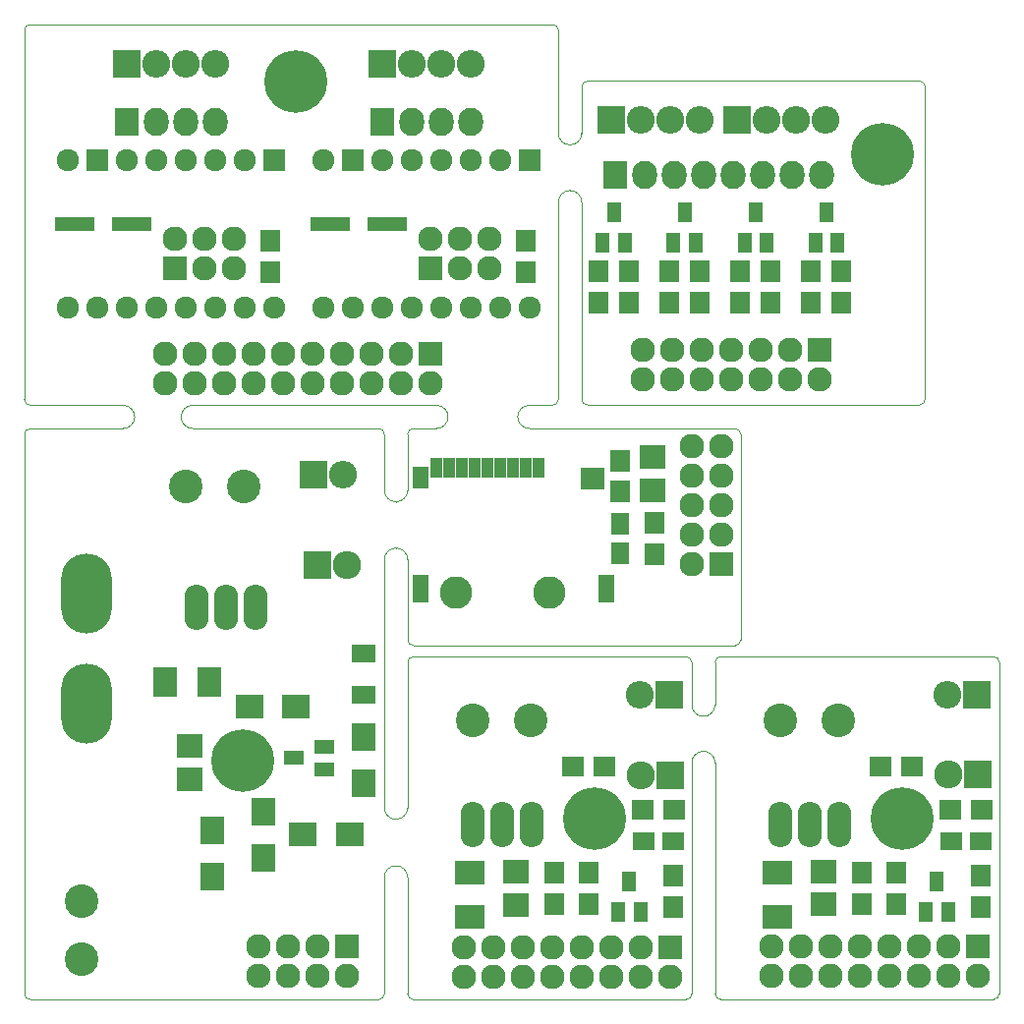
<source format=gts>
%TF.GenerationSoftware,KiCad,Pcbnew,4.0.1-stable*%
%TF.CreationDate,2016-03-09T21:47:33+01:00*%
%TF.ProjectId,combined,636F6D62696E65642E6B696361645F70,Rev. A*%
%TF.FileFunction,Soldermask,Top*%
%FSLAX46Y46*%
G04 Gerber Fmt 4.6, Leading zero omitted, Abs format (unit mm)*
G04 Created by KiCad (PCBNEW 4.0.1-stable) date 09.03.2016 21:47:33*
%MOMM*%
G01*
G04 APERTURE LIST*
%ADD10C,0.100000*%
%ADD11C,0.010000*%
%ADD12O,2.398980X2.398980*%
%ADD13R,2.398980X2.398980*%
%ADD14R,1.200100X1.800000*%
%ADD15R,1.700000X1.900000*%
%ADD16R,2.127200X2.432000*%
%ADD17O,2.127200X2.432000*%
%ADD18C,5.400000*%
%ADD19R,2.127200X2.127200*%
%ADD20O,2.127200X2.127200*%
%ADD21R,2.200860X1.997660*%
%ADD22R,2.000200X2.599640*%
%ADD23O,4.400000X6.900000*%
%ADD24C,2.900000*%
%ADD25R,2.432000X2.432000*%
%ADD26O,2.432000X2.432000*%
%ADD27O,2.099260X3.900120*%
%ADD28R,2.099260X1.649680*%
%ADD29R,2.100000X2.400000*%
%ADD30R,2.400000X2.100000*%
%ADD31R,1.800000X1.200100*%
%ADD32R,1.900000X1.650000*%
%ADD33R,1.900000X1.700000*%
%ADD34R,2.599640X2.000200*%
%ADD35R,1.650000X1.900000*%
%ADD36R,1.400000X2.400000*%
%ADD37R,1.100000X1.750000*%
%ADD38R,1.400000X1.900000*%
%ADD39R,2.000000X1.900000*%
%ADD40C,2.800000*%
%ADD41R,1.924000X1.924000*%
%ADD42C,1.924000*%
%ADD43R,3.498800X1.299160*%
G04 APERTURE END LIST*
D10*
D11*
X219670000Y-105415000D02*
X219670000Y-125300000D01*
X217670000Y-105415000D02*
X217670000Y-125310000D01*
X219670000Y-96760000D02*
X219670000Y-100415000D01*
X217670000Y-100415000D02*
X217670000Y-96770000D01*
X219670000Y-105415000D02*
G75*
G03X218670000Y-104415000I-1000000J0D01*
G01*
X218670000Y-104415000D02*
G75*
G03X217670000Y-105415000I0J-1000000D01*
G01*
X218670000Y-101415000D02*
G75*
G03X219670000Y-100415000I0J1000000D01*
G01*
X217670000Y-100415000D02*
G75*
G03X218670000Y-101415000I1000000J0D01*
G01*
X193180000Y-109280000D02*
X193180000Y-96770000D01*
X193180000Y-115280000D02*
G75*
G03X192180000Y-114280000I-1000000J0D01*
G01*
X192180000Y-114280000D02*
G75*
G03X191180000Y-115280000I0J-1000000D01*
G01*
X193180000Y-115280000D02*
X193180000Y-125310000D01*
X191180000Y-115280000D02*
X191180000Y-125310000D01*
X192180000Y-110280000D02*
G75*
G03X193180000Y-109280000I0J1000000D01*
G01*
X191180000Y-109280000D02*
X191180000Y-87905000D01*
X191180000Y-109280000D02*
G75*
G03X192180000Y-110280000I1000000J0D01*
G01*
X192180000Y-86905000D02*
X192185000Y-86905000D01*
X192180000Y-86905000D02*
G75*
G03X191180000Y-87905000I0J-1000000D01*
G01*
X193185000Y-87905000D02*
G75*
G03X192185000Y-86905000I-1000000J0D01*
G01*
X193185000Y-94810000D02*
X193185000Y-87905000D01*
X191180000Y-81925000D02*
X191180000Y-77110000D01*
X191180000Y-81925000D02*
G75*
G03X192180000Y-82925000I1000000J0D01*
G01*
X192185000Y-82925000D02*
X192180000Y-82925000D01*
X192185000Y-82925000D02*
G75*
G03X193185000Y-81925000I0J1000000D01*
G01*
X193185000Y-77115000D02*
X193185000Y-81925000D01*
X208180000Y-51180000D02*
X208180000Y-47170000D01*
X207180000Y-52180000D02*
G75*
G03X208180000Y-51180000I0J1000000D01*
G01*
X207180000Y-52180000D02*
X207170000Y-52180000D01*
X206170000Y-51180000D02*
G75*
G03X207170000Y-52180000I1000000J0D01*
G01*
X206170000Y-42310000D02*
X206170000Y-51180000D01*
X208180000Y-57110000D02*
X208180000Y-74090000D01*
X207170000Y-56110000D02*
X207180000Y-56110000D01*
X208180000Y-57110000D02*
G75*
G03X207180000Y-56110000I-1000000J0D01*
G01*
X207170000Y-56110000D02*
G75*
G03X206170000Y-57110000I0J-1000000D01*
G01*
X206170000Y-57110000D02*
X206170000Y-74110000D01*
X203670000Y-76610000D02*
X221390000Y-76610000D01*
X174670000Y-76610000D02*
X190680000Y-76610000D01*
X173670000Y-75610000D02*
G75*
G03X174670000Y-76610000I1000000J0D01*
G01*
X174670000Y-74610000D02*
G75*
G03X173670000Y-75610000I0J-1000000D01*
G01*
X174670000Y-74610000D02*
X195670000Y-74610000D01*
X202670000Y-75610000D02*
G75*
G03X203670000Y-76610000I1000000J0D01*
G01*
X203670000Y-74610000D02*
G75*
G03X202670000Y-75610000I0J-1000000D01*
G01*
X196670000Y-75610000D02*
G75*
G03X195670000Y-74610000I-1000000J0D01*
G01*
X195670000Y-76610000D02*
G75*
G03X196670000Y-75610000I0J1000000D01*
G01*
X205670000Y-74610000D02*
X203670000Y-74610000D01*
X193680000Y-76610000D02*
X195670000Y-76610000D01*
X168670000Y-76610000D02*
X160680000Y-76610000D01*
X168670000Y-76610000D02*
G75*
G03X169670000Y-75610000I0J1000000D01*
G01*
X169670000Y-75610000D02*
G75*
G03X168670000Y-74610000I-1000000J0D01*
G01*
X160670000Y-74610000D02*
X168670000Y-74610000D01*
X208680000Y-74585000D02*
X237270000Y-74585000D01*
X237770000Y-47175000D02*
X237770000Y-74085000D01*
X208680000Y-46675000D02*
X237270000Y-46675000D01*
X208180000Y-74085000D02*
G75*
G03X208680000Y-74585000I500000J0D01*
G01*
X208680000Y-46675000D02*
G75*
G03X208180000Y-47175000I0J-500000D01*
G01*
X237770000Y-47175000D02*
G75*
G03X237270000Y-46675000I-500000J0D01*
G01*
X237270000Y-74585000D02*
G75*
G03X237770000Y-74085000I0J500000D01*
G01*
X190680000Y-125810000D02*
G75*
G03X191180000Y-125310000I0J500000D01*
G01*
X160180000Y-125310000D02*
G75*
G03X160680000Y-125810000I500000J0D01*
G01*
X160680000Y-76610000D02*
G75*
G03X160180000Y-77110000I0J-500000D01*
G01*
X191180000Y-77110000D02*
G75*
G03X190680000Y-76610000I-500000J0D01*
G01*
X160180000Y-125310000D02*
X160180000Y-77110000D01*
X190680000Y-125810000D02*
X160680000Y-125810000D01*
X193180000Y-125310000D02*
G75*
G03X193680000Y-125810000I500000J0D01*
G01*
X193680000Y-96270000D02*
G75*
G03X193180000Y-96770000I0J-500000D01*
G01*
X217670000Y-96770000D02*
G75*
G03X217170000Y-96270000I-500000J0D01*
G01*
X217170000Y-125810000D02*
G75*
G03X217670000Y-125310000I0J500000D01*
G01*
X193680000Y-125810000D02*
X217170000Y-125810000D01*
X217170000Y-96270000D02*
X193680000Y-96270000D01*
X221385000Y-95310000D02*
G75*
G03X221885000Y-94810000I0J500000D01*
G01*
X221885000Y-77110000D02*
G75*
G03X221385000Y-76610000I-500000J0D01*
G01*
X193685000Y-76610000D02*
G75*
G03X193185000Y-77110000I0J-500000D01*
G01*
X193185000Y-94810000D02*
G75*
G03X193685000Y-95310000I500000J0D01*
G01*
X221385000Y-95310000D02*
X193685000Y-95310000D01*
X221885000Y-77110000D02*
X221885000Y-94810000D01*
X219670000Y-125300000D02*
G75*
G03X220170000Y-125800000I500000J0D01*
G01*
X220170000Y-96260000D02*
G75*
G03X219670000Y-96760000I0J-500000D01*
G01*
X244160000Y-96760000D02*
G75*
G03X243660000Y-96260000I-500000J0D01*
G01*
X243660000Y-125800000D02*
G75*
G03X244160000Y-125300000I0J500000D01*
G01*
X220170000Y-125800000D02*
X243660000Y-125800000D01*
X243660000Y-96260000D02*
X220170000Y-96260000D01*
X244160000Y-125300000D02*
X244160000Y-96760000D01*
X160670000Y-41810000D02*
G75*
G03X160170000Y-42310000I0J-500000D01*
G01*
X206170000Y-42310000D02*
G75*
G03X205670000Y-41810000I-500000J0D01*
G01*
X205670000Y-74610000D02*
G75*
G03X206170000Y-74110000I0J500000D01*
G01*
X160170000Y-74110000D02*
G75*
G03X160670000Y-74610000I500000J0D01*
G01*
X160170000Y-42310000D02*
X160170000Y-74110000D01*
X205670000Y-41810000D02*
X160670000Y-41810000D01*
D12*
X229210000Y-50005000D03*
D13*
X221590000Y-50005000D03*
D12*
X224130000Y-50005000D03*
X226670000Y-50005000D03*
X218360000Y-50005000D03*
D13*
X210740000Y-50005000D03*
D12*
X213280000Y-50005000D03*
X215820000Y-50005000D03*
D14*
X216100000Y-60580000D03*
X218000000Y-60580000D03*
X217050000Y-57980000D03*
X228300000Y-60605000D03*
X230200000Y-60605000D03*
X229250000Y-58005000D03*
X222200000Y-60580000D03*
X224100000Y-60580000D03*
X223150000Y-57980000D03*
X210000000Y-60580000D03*
X211900000Y-60580000D03*
X210950000Y-57980000D03*
D15*
X215750000Y-65780000D03*
X215750000Y-63080000D03*
X227950000Y-65780000D03*
X227950000Y-63080000D03*
X218350000Y-65780000D03*
X218350000Y-63080000D03*
X230550000Y-65780000D03*
X230550000Y-63080000D03*
X221850000Y-65780000D03*
X221850000Y-63080000D03*
X209650000Y-65780000D03*
X209650000Y-63080000D03*
X224450000Y-65780000D03*
X224450000Y-63080000D03*
X212250000Y-65780000D03*
X212250000Y-63080000D03*
D16*
X211100000Y-54805000D03*
D17*
X213640000Y-54805000D03*
X216180000Y-54805000D03*
X218720000Y-54805000D03*
X221260000Y-54805000D03*
X223800000Y-54805000D03*
X226340000Y-54805000D03*
X228880000Y-54805000D03*
D18*
X234070000Y-52955000D03*
D19*
X228700000Y-69855000D03*
D20*
X228700000Y-72395000D03*
X226160000Y-69855000D03*
X226160000Y-72395000D03*
X223620000Y-69855000D03*
X223620000Y-72395000D03*
X221080000Y-69855000D03*
X221080000Y-72395000D03*
X218540000Y-69855000D03*
X218540000Y-72395000D03*
X216000000Y-69855000D03*
X216000000Y-72395000D03*
X213460000Y-69855000D03*
X213460000Y-72395000D03*
D21*
X174380000Y-106829860D03*
X174380000Y-103990140D03*
D22*
X172280080Y-98410000D03*
X176079920Y-98410000D03*
D23*
X165530000Y-100310000D03*
X165530000Y-90810000D03*
D24*
X165130000Y-117360000D03*
X165130000Y-122360000D03*
D12*
X187650000Y-80610000D03*
D13*
X185110000Y-80610000D03*
D25*
X185380000Y-88410000D03*
D26*
X187920000Y-88410000D03*
D24*
X179080000Y-81610000D03*
X174080000Y-81610000D03*
D27*
X177580000Y-92010000D03*
X180120000Y-92010000D03*
X175040000Y-92010000D03*
D28*
X189380000Y-99585460D03*
X189380000Y-96034540D03*
D29*
X189380000Y-103210000D03*
X189380000Y-107210000D03*
D30*
X188180000Y-111610000D03*
X184180000Y-111610000D03*
D29*
X180780000Y-109610000D03*
X180780000Y-113610000D03*
D30*
X183580000Y-100610000D03*
X179580000Y-100610000D03*
D29*
X176380000Y-111210000D03*
X176380000Y-115210000D03*
D18*
X178980000Y-105210000D03*
D31*
X185980000Y-105960000D03*
X185980000Y-104060000D03*
X183380000Y-105010000D03*
D19*
X187980000Y-121210000D03*
D20*
X187980000Y-123750000D03*
X185440000Y-121210000D03*
X185440000Y-123750000D03*
X182900000Y-121210000D03*
X182900000Y-123750000D03*
X180360000Y-121210000D03*
X180360000Y-123750000D03*
D32*
X213540000Y-112210000D03*
X216040000Y-112210000D03*
D21*
X202540000Y-117629860D03*
X202540000Y-114790140D03*
D25*
X215790000Y-106460000D03*
D26*
X213250000Y-106460000D03*
D27*
X201330000Y-110730000D03*
X203870000Y-110730000D03*
X198790000Y-110730000D03*
D33*
X213440000Y-109460000D03*
X216140000Y-109460000D03*
D15*
X208790000Y-114860000D03*
X208790000Y-117560000D03*
X216040000Y-115110000D03*
X216040000Y-117810000D03*
D33*
X210140000Y-105710000D03*
X207440000Y-105710000D03*
D15*
X205790000Y-117560000D03*
X205790000Y-114860000D03*
D12*
X213195000Y-99585000D03*
D13*
X215735000Y-99585000D03*
D34*
X198560000Y-118689920D03*
X198560000Y-114890080D03*
D24*
X198790000Y-101760000D03*
X203790000Y-101760000D03*
D18*
X209290000Y-110210000D03*
D14*
X211340000Y-118260000D03*
X213240000Y-118260000D03*
X212290000Y-115660000D03*
D19*
X215780000Y-121270000D03*
D20*
X215780000Y-123810000D03*
X213240000Y-121270000D03*
X213240000Y-123810000D03*
X210700000Y-121270000D03*
X210700000Y-123810000D03*
X208160000Y-121270000D03*
X208160000Y-123810000D03*
X205620000Y-121270000D03*
X205620000Y-123810000D03*
X203080000Y-121270000D03*
X203080000Y-123810000D03*
X200540000Y-121270000D03*
X200540000Y-123810000D03*
X198000000Y-121270000D03*
X198000000Y-123810000D03*
D35*
X211485000Y-84860000D03*
X211485000Y-87360000D03*
D36*
X210285000Y-90385000D03*
D37*
X203385000Y-80010000D03*
X202285000Y-80010000D03*
X201185000Y-80010000D03*
X200085000Y-80010000D03*
X198985000Y-80010000D03*
X197885000Y-80010000D03*
X196785000Y-80010000D03*
X195685000Y-80010000D03*
X204485000Y-80010000D03*
D38*
X194260000Y-80835000D03*
D36*
X194285000Y-90385000D03*
D39*
X209135000Y-80935000D03*
D40*
X197385000Y-90785000D03*
X205385000Y-90785000D03*
D21*
X214285000Y-79090140D03*
X214285000Y-81929860D03*
D19*
X220185000Y-88260000D03*
D20*
X217645000Y-88260000D03*
X220185000Y-85720000D03*
X217645000Y-85720000D03*
X220185000Y-83180000D03*
X217645000Y-83180000D03*
X220185000Y-80640000D03*
X217645000Y-80640000D03*
X220185000Y-78100000D03*
X217645000Y-78100000D03*
D15*
X214485000Y-87460000D03*
X214485000Y-84760000D03*
X211485000Y-82060000D03*
X211485000Y-79360000D03*
D32*
X240030000Y-112200000D03*
X242530000Y-112200000D03*
D21*
X229030000Y-117619860D03*
X229030000Y-114780140D03*
D25*
X242280000Y-106450000D03*
D26*
X239740000Y-106450000D03*
D27*
X227820000Y-110720000D03*
X230360000Y-110720000D03*
X225280000Y-110720000D03*
D33*
X239930000Y-109450000D03*
X242630000Y-109450000D03*
D15*
X235280000Y-114850000D03*
X235280000Y-117550000D03*
X242530000Y-115100000D03*
X242530000Y-117800000D03*
D33*
X236630000Y-105700000D03*
X233930000Y-105700000D03*
D15*
X232280000Y-117550000D03*
X232280000Y-114850000D03*
D12*
X239685000Y-99575000D03*
D13*
X242225000Y-99575000D03*
D34*
X225050000Y-118679920D03*
X225050000Y-114880080D03*
D24*
X225280000Y-101750000D03*
X230280000Y-101750000D03*
D18*
X235780000Y-110200000D03*
D14*
X237830000Y-118250000D03*
X239730000Y-118250000D03*
X238780000Y-115650000D03*
D19*
X242270000Y-121260000D03*
D20*
X242270000Y-123800000D03*
X239730000Y-121260000D03*
X239730000Y-123800000D03*
X237190000Y-121260000D03*
X237190000Y-123800000D03*
X234650000Y-121260000D03*
X234650000Y-123800000D03*
X232110000Y-121260000D03*
X232110000Y-123800000D03*
X229570000Y-121260000D03*
X229570000Y-123800000D03*
X227030000Y-121260000D03*
X227030000Y-123800000D03*
X224490000Y-121260000D03*
X224490000Y-123800000D03*
D12*
X198580000Y-45160000D03*
D13*
X190960000Y-45160000D03*
D12*
X193500000Y-45160000D03*
X196040000Y-45160000D03*
X176580000Y-45160000D03*
D13*
X168960000Y-45160000D03*
D12*
X171500000Y-45160000D03*
X174040000Y-45160000D03*
D16*
X190970000Y-50210000D03*
D17*
X193510000Y-50210000D03*
X196050000Y-50210000D03*
X198590000Y-50210000D03*
D16*
X168970000Y-50210000D03*
D17*
X171510000Y-50210000D03*
X174050000Y-50210000D03*
X176590000Y-50210000D03*
D19*
X195170000Y-62810000D03*
D20*
X195170000Y-60270000D03*
X197710000Y-62810000D03*
X197710000Y-60270000D03*
X200250000Y-62810000D03*
X200250000Y-60270000D03*
D19*
X173170000Y-62810000D03*
D20*
X173170000Y-60270000D03*
X175710000Y-62810000D03*
X175710000Y-60270000D03*
X178250000Y-62810000D03*
X178250000Y-60270000D03*
D15*
X203370000Y-63160000D03*
X203370000Y-60460000D03*
X181370000Y-63160000D03*
X181370000Y-60460000D03*
D41*
X203660000Y-53460000D03*
D42*
X201120000Y-53460000D03*
X198580000Y-53460000D03*
X196040000Y-53460000D03*
X193500000Y-53460000D03*
X190960000Y-53460000D03*
D41*
X188420000Y-53460000D03*
D42*
X185880000Y-53460000D03*
X185880000Y-66160000D03*
X188420000Y-66160000D03*
X190960000Y-66160000D03*
X193500000Y-66160000D03*
X196040000Y-66160000D03*
X198580000Y-66160000D03*
X201120000Y-66160000D03*
X203660000Y-66160000D03*
D41*
X181660000Y-53460000D03*
D42*
X179120000Y-53460000D03*
X176580000Y-53460000D03*
X174040000Y-53460000D03*
X171500000Y-53460000D03*
X168960000Y-53460000D03*
D41*
X166420000Y-53460000D03*
D42*
X163880000Y-53460000D03*
X163880000Y-66160000D03*
X166420000Y-66160000D03*
X168960000Y-66160000D03*
X171500000Y-66160000D03*
X174040000Y-66160000D03*
X176580000Y-66160000D03*
X179120000Y-66160000D03*
X181660000Y-66160000D03*
D18*
X183570000Y-46710000D03*
D43*
X164518900Y-59010000D03*
X169421100Y-59010000D03*
X186518900Y-59010000D03*
X191421100Y-59010000D03*
D19*
X195170000Y-70210000D03*
D20*
X195170000Y-72750000D03*
X192630000Y-70210000D03*
X192630000Y-72750000D03*
X190090000Y-70210000D03*
X190090000Y-72750000D03*
X187550000Y-70210000D03*
X187550000Y-72750000D03*
X185010000Y-70210000D03*
X185010000Y-72750000D03*
X182470000Y-70210000D03*
X182470000Y-72750000D03*
X179930000Y-70210000D03*
X179930000Y-72750000D03*
X177390000Y-70210000D03*
X177390000Y-72750000D03*
X174850000Y-70210000D03*
X174850000Y-72750000D03*
X172310000Y-70210000D03*
X172310000Y-72750000D03*
M02*

</source>
